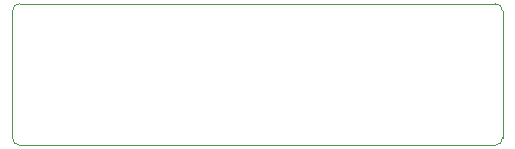
<source format=gbr>
%TF.GenerationSoftware,Altium Limited,Altium Designer,25.8.1 (18)*%
G04 Layer_Color=0*
%FSLAX45Y45*%
%MOMM*%
%TF.SameCoordinates,C83170FB-7693-46FD-9F59-C890998B4B8C*%
%TF.FilePolarity,Positive*%
%TF.FileFunction,Profile,NP*%
%TF.Part,Single*%
G01*
G75*
%TA.AperFunction,Profile*%
%ADD47C,0.02540*%
D47*
X62500Y0D02*
G02*
X0Y62500I0J62500D01*
G01*
Y1137500D01*
D02*
G02*
X62500Y1200000I62500J0D01*
G01*
X4087500D01*
D02*
G02*
X4150000Y1137500I0J-62500D01*
G01*
Y62500D01*
D02*
G02*
X4087500Y0I-62500J0D01*
G01*
X62500D01*
%TF.MD5,0a99590ab07a7cfd26f8a09e9a0839cc*%
M02*

</source>
